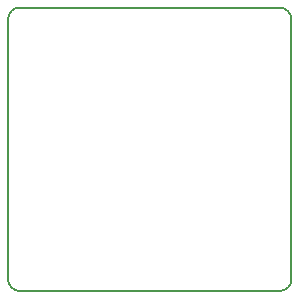
<source format=gko>
G04 DipTrace 3.0.0.2*
G04 BoardOutline.gko*
%MOIN*%
G04 #@! TF.FileFunction,Profile*
G04 #@! TF.Part,Single*
%ADD11C,0.005512*%
%FSLAX26Y26*%
G04*
G70*
G90*
G75*
G01*
G04 BoardOutline*
%LPD*%
X433071Y393701D2*
D11*
X1299213D1*
G03X1338583Y433071I-1J39371D01*
G01*
Y1299213D1*
G03X1299213Y1338583I-39371J-1D01*
G01*
X433071D1*
G03X393701Y1299213I1J-39371D01*
G01*
Y433071D1*
G03X433071Y393701I39371J1D01*
G01*
M02*

</source>
